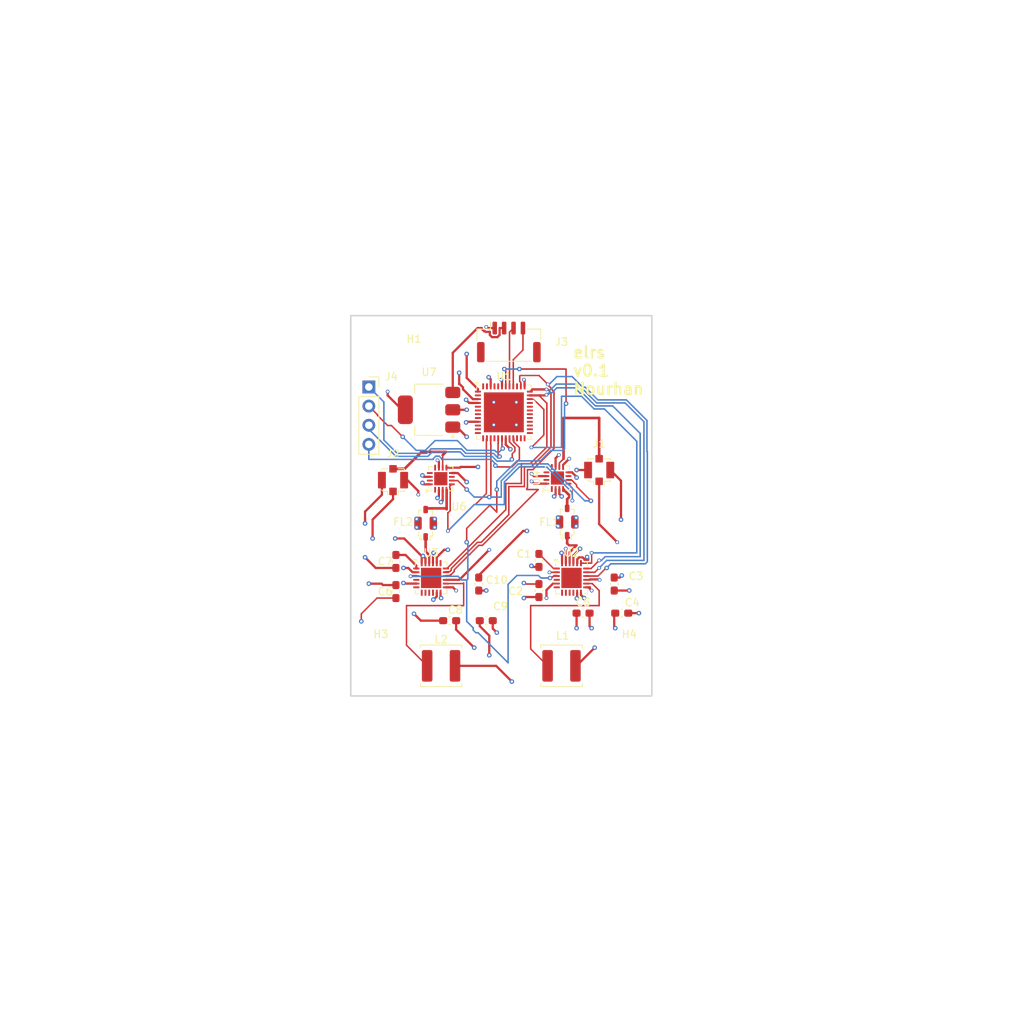
<source format=kicad_pcb>
(kicad_pcb (version 20241229) (generator "pcbnew") (generator_version "9.0")
  (layers (0 "F.Cu" signal) (4 "In1.Cu" signal) (6 "In2.Cu" signal) (2 "B.Cu" signal) (13 "F.Paste" user) (15 "B.Paste" user) (5 "F.SilkS" user "F.Silkscreen") (7 "B.SilkS" user "B.Silkscreen") (1 "F.Mask" user) (3 "B.Mask" user) (25 "Edge.Cuts" user))
  (net 0 "")
  (net 1 "Net-(FL1-IN)")
  (net 2 "Net-(FL1-OUT)")
  (net 3 "/JTAG3")
  (net 4 "/RXEN1")
  (net 5 "+3.3V")
  (net 15 "/JTAG2")
  (net 16 "/TX")
  (net 17 "/TXENO")
  (net 18 "/CS1")
  (net 20 "/CSO")
  (net 21 "/SCK")
  (net 27 "GND")
  (net 28 "/MISO")
  (net 29 "/RXENO")
  (net 31 "/TXEN1")
  (net 35 "/RX")
  (net 36 "/JTAG1")
  (net 37 "/JTAG4")
  (net 41 "/MOSI")
  (net 44 "Net-(U2-VR_PA)")
  (net 45 "Net-(U3-VR_PA)")
  (net 46 "Net-(FL2-IN)")
  (net 47 "Net-(FL2-OUT)")
  (net 48 "Net-(J1-In)")
  (net 49 "Net-(J2-In)")
  (net 50 "/VCC")
  (net 51 "Net-(U2-DCC_SW)")
  (net 52 "Net-(U3-DCC_SW)")
  (net 54 "/NRESET")
  (net 59 "Net-(U2-XTA)")
  (net 62 "/CS0")
  (net 63 "Net-(U3-XTA)")
  (footprint "Package_DFN_QFN:QFN-48-1EP_7x7mm_P0.5mm_EP5.3x5.3mm" (layer "F.Cu") (at 168.939 71.75)
    (property "Reference" "U1")
    (property "Value" "ESP32-PICO-D4" (hide yes))
  )
  (footprint "Capacitor_SMD:C_0603_1608Metric_Pad1.08x0.95mm_HandSolder" (layer "F.Cu") (at 173.599 91.41055 90)
    (property "Reference" "C1")
    (property "Value" "10nF" (hide yes))
  )
  (footprint "Inductor_SMD:L_APV_ANR5045" (layer "F.Cu") (at 176.599 105.41055)
    (property "Reference" "L1")
    (property "Value" "15uH MPL-SES5040-150" (hide yes))
  )
  (footprint "Capacitor_SMD:C_0603_1608Metric_Pad1.08x0.95mm_HandSolder" (layer "F.Cu") (at 166.599 99.41055 180)
    (property "Reference" "C9")
    (property "Value" "100nF" (hide yes))
  )
  (footprint "MountingHole:MountingHole_3.2mm_M3" (layer "F.Cu") (at 152.599 105.41055)
    (property "Reference" "H3")
    (property "Value" "MountingHole" (hide yes))
  )
  (footprint "Capacitor_SMD:C_0603_1608Metric_Pad1.08x0.95mm_HandSolder" (layer "F.Cu") (at 184.599 98.41055 180)
    (property "Reference" "C4")
    (property "Value" "100nF" (hide yes))
  )
  (footprint "Capacitor_SMD:C_0603_1608Metric_Pad1.08x0.95mm_HandSolder" (layer "F.Cu") (at 154.599 95.54805 90)
    (property "Reference" "C6")
    (property "Value" "10nF" (hide yes))
  )
  (footprint "Capacitor_SMD:C_0603_1608Metric_Pad1.08x0.95mm_HandSolder" (layer "F.Cu") (at 165.599 94.54805 -90)
    (property "Reference" "C10")
    (property "Value" "100nF" (hide yes))
  )
  (footprint "MountingHole:MountingHole_3.2mm_M3" (layer "F.Cu") (at 184.599 62.41055)
    (property "Reference" "H2" (hide yes))
    (property "Value" "MountingHole" (hide yes))
  )
  (footprint "Package_DFN_QFN:QFN-16-1EP_3x3mm_P0.5mm_EP1.75x1.75mm" (layer "F.Cu") (at 176.059 80.47055 90)
    (property "Reference" "U4")
    (property "Value" "~")
  )
  (footprint "Filter:Filter_Mini-Circuits_FV1206-4" (layer "F.Cu") (at 158.549 86.47305 90)
    (property "Reference" "FL2")
    (property "Value" "BFCN-2450" (hide yes))
  )
  (footprint "MountingHole:MountingHole_3.2mm_M3" (layer "F.Cu") (at 152.599 62.41055)
    (property "Reference" "H1")
    (property "Value" "MountingHole" (hide yes))
  )
  (footprint "Connector_Coaxial:U.FL_Molex_MCRF_73412-0110_Vertical" (layer "F.Cu") (at 154.2125 80.75 180)
    (property "Reference" "J2")
    (property "Value" "Conn_Coaxial" (hide yes))
  )
  (footprint "Connector_PinSocket_2.54mm:PinSocket_1x04_P2.54mm_Vertical" (layer "F.Cu") (at 151 68.38)
    (property "Reference" "J4")
    (property "Value" "Conn_01x04_Pin" (hide yes))
  )
  (footprint "Package_TO_SOT_SMD:SOT-223-3_TabPin2" (layer "F.Cu") (at 159 71.41055 180)
    (property "Reference" "U7")
    (property "Value" "LM1117MP-3.3" (hide yes))
  )
  (footprint "Connector_Coaxial:U.FL_Molex_MCRF_73412-0110_Vertical" (layer "F.Cu") (at 181.599 79.41055 180)
    (property "Reference" "J1")
    (property "Value" "Conn_Coaxial" (hide yes))
  )
  (footprint "Capacitor_SMD:C_0603_1608Metric_Pad1.08x0.95mm_HandSolder" (layer "F.Cu") (at 179.4615 98.41055)
    (property "Reference" "C5")
    (property "Value" "470nF" (hide yes))
  )
  (footprint "Capacitor_SMD:C_0603_1608Metric_Pad1.08x0.95mm_HandSolder" (layer "F.Cu") (at 154.599 91.54805 90)
    (property "Reference" "C7")
    (property "Value" "10nF" (hide yes))
  )
  (footprint "Connector_JST:JST_GH_SM04B-GHS-TB_1x04-1MP_P1.25mm_Horizontal" (layer "F.Cu") (at 169.599 62.41055)
    (property "Reference" "J3")
    (property "Value" "Conn_01x04_Pin" (hide yes))
  )
  (footprint "Package_DFN_QFN:QFN-24-1EP_4x4mm_P0.5mm_EP2.7x2.7mm" (layer "F.Cu") (at 177.924 93.73555)
    (property "Reference" "U2")
    (property "Value" "~")
  )
  (footprint "Inductor_SMD:L_APV_ANR5045" (layer "F.Cu") (at 160.599 105.41055)
    (property "Reference" "L2")
    (property "Value" "15uH MPL-SE5040-150" (hide yes))
  )
  (footprint "MountingHole:MountingHole_3.2mm_M3" (layer "F.Cu") (at 184.599 105.41055)
    (property "Reference" "H4")
    (property "Value" "MountingHole" (hide yes))
  )
  (footprint "Capacitor_SMD:C_0603_1608Metric_Pad1.08x0.95mm_HandSolder" (layer "F.Cu") (at 183.599 94.54805 90)
    (property "Reference" "C3")
    (property "Value" "100nF" (hide yes))
  )
  (footprint "Capacitor_SMD:C_0603_1608Metric_Pad1.08x0.95mm_HandSolder" (layer "F.Cu") (at 173.599 95.41055 90)
    (property "Reference" "C2")
    (property "Value" "10nF" (hide yes))
  )
  (footprint "Package_DFN_QFN:QFN-16-1EP_3x3mm_P0.5mm_EP1.75x1.75mm" (layer "F.Cu") (at 160.56 80.56 90)
    (property "Reference" "U6")
    (property "Value" "~")
  )
  (footprint "Capacitor_SMD:C_0603_1608Metric_Pad1.08x0.95mm_HandSolder" (layer "F.Cu") (at 161.7365 99.41055)
    (property "Reference" "C8")
    (property "Value" "470nF" (hide yes))
  )
  (footprint "Filter:Filter_Mini-Circuits_FV1206-4" (layer "F.Cu") (at 177.349 86.31055 90)
    (property "Reference" "FL1")
    (property "Value" "BFCN-2450" (hide yes))
  )
  (footprint "Package_DFN_QFN:QFN-24-1EP_4x4mm_P0.5mm_EP2.7x2.7mm" (layer "F.Cu") (at 159.274 93.73555)
    (property "Reference" "U3")
    (property "Value" "~")
  )
  (gr_rect (start 148.599 58.91055) (end 188.599 109.41055) (stroke (width 0.2)) (fill no) (layer "Edge.Cuts"))
  (gr_text "elrs\nv0.1\nNourhan" (at 178 69.5 0) (layer "F.SilkS") (effects (font (size 1.5 1.5) (thickness 0.3) (bold yes)) (justify left bottom)))
  (segment (start 177.674 90.33555) (end 178.599 89.41055) (width 0.3) (layer "F.Cu") (net 1))
  (segment (start 177.349 88.12555) (end 177.349 88.41055) (width 0.35) (layer "F.Cu") (net 1))
  (segment (start 177.674 91.77305) (end 177.674 90.33555) (width 0.3) (layer "F.Cu") (net 1))
  (segment (start 177.599 89.41055) (end 177.349 89.16055) (width 0.3) (layer "F.Cu") (net 1))
  (segment (start 178.599 89.41055) (end 177.599 89.41055) (width 0.3) (layer "F.Cu") (net 1))
  (segment (start 177.349 88.41055) (end 177.349 89.16055) (width 0.35) (layer "F.Cu") (net 1))
  (segment (start 177.599 88.41055) (end 177.349 88.41055) (width 0.3) (layer "F.Cu") (net 1))
  (segment (start 177.349 83.27805) (end 177.349 84.49555) (width 0.35) (layer "F.Cu") (net 2))
  (segment (start 177.619 82.74305) (end 177.619 83.00805) (width 0.25) (layer "F.Cu") (net 2))
  (segment (start 177.619 82.74305) (end 176.835 81.95905) (width 0.35) (layer "F.Cu") (net 2))
  (segment (start 177.619 83.00805) (end 177.349 83.27805) (width 0.35) (layer "F.Cu") (net 2))
  (segment (start 176.835 81.95905) (end 176.835 81.93305) (width 0.35) (layer "F.Cu") (net 2))
  (segment (start 169.689 75.682035) (end 169.689 75.20055) (width 0.2) (layer "F.Cu") (net 3))
  (segment (start 170.051389 77.948611) (end 170.051389 77.246424) (width 0.2) (layer "F.Cu") (net 3))
  (segment (start 151 74.23) (end 151 73.46) (width 0.2) (layer "F.Cu") (net 3))
  (segment (start 170 78) (end 170.051389 77.948611) (width 0.2) (layer "F.Cu") (net 3))
  (segment (start 170.403446 76.396481) (end 169.689 75.682035) (width 0.2) (layer "F.Cu") (net 3))
  (segment (start 170.403446 76.894367) (end 170.403446 76.396481) (width 0.2) (layer "F.Cu") (net 3))
  (segment (start 170.051389 77.246424) (end 170.403446 76.894367) (width 0.2) (layer "F.Cu") (net 3))
  (via (at 170 78) (size 0.6) (drill 0.3) (layers "F.Cu" "B.Cu") (net 3))
  (segment (start 151 73.46) (end 151 74) (width 0.2) (layer "B.Cu") (net 3))
  (segment (start 167.387593 77.599) (end 168.011931 78.223338) (width 0.2) (layer "B.Cu") (net 3))
  (segment (start 151 74) (end 154.599 77.599) (width 0.2) (layer "B.Cu") (net 3))
  (segment (start 154.599 77.599) (end 158.8339 77.599) (width 0.2) (layer "B.Cu") (net 3))
  (segment (start 158.8339 77.599) (end 159.4329 77) (width 0.2) (layer "B.Cu") (net 3))
  (segment (start 168.011931 78.223338) (end 169.776662 78.223338) (width 0.2) (layer "B.Cu") (net 3))
  (segment (start 163.119423 77) (end 163.718423 77.599) (width 0.2) (layer "B.Cu") (net 3))
  (segment (start 169.776662 78.223338) (end 170 78) (width 0.2) (layer "B.Cu") (net 3))
  (segment (start 163.718423 77.599) (end 167.387593 77.599) (width 0.2) (layer "B.Cu") (net 3))
  (segment (start 159.4329 77) (end 163.119423 77) (width 0.2) (layer "B.Cu") (net 3))
  (segment (start 159.0975 81.31) (end 158.31 81.31) (width 0.3) (layer "F.Cu") (net 5))
  (segment (start 159.0975 80.31) (end 158.31 80.31) (width 0.3) (layer "F.Cu") (net 5))
  (segment (start 164.829 70.00055) (end 165.489 70.00055) (width 0.3) (layer "F.Cu") (net 5))
  (segment (start 171.689 68.30055) (end 171.689 67.50055) (width 0.3) (layer "F.Cu") (net 5))
  (segment (start 160.024 95.69805) (end 160.024 96.19706) (width 0.3) (layer "F.Cu") (net 5))
  (segment (start 171.7365 94.54805) (end 171.599 94.41055) (width 0.2) (layer "F.Cu") (net 5))
  (segment (start 169.189 75.20055) (end 169.189 76.031978) (width 0.3) (layer "F.Cu") (net 5))
  (segment (start 152.68845 94.5) (end 152.874 94.68555) (width 0.3) (layer "F.Cu") (net 5))
  (segment (start 163.024 93.98555) (end 161.2365 93.98555) (width 0.3) (layer "F.Cu") (net 5))
  (segment (start 165.50955 91.5) (end 163.024 93.98555) (width 0.3) (layer "F.Cu") (net 5))
  (segment (start 172.929 80.22055) (end 172.619 79.91055) (width 0.3) (layer "F.Cu") (net 5))
  (segment (start 178.674 95.69805) (end 178.674 96.407759) (width 0.3) (layer "F.Cu") (net 5))
  (segment (start 172.929 81.22055) (end 172.619 80.91055) (width 0.3) (layer "F.Cu") (net 5))
  (segment (start 152.874 94.68555) (end 154.599 94.68555) (width 0.3) (layer "F.Cu") (net 5))
  (segment (start 183.599 98.41055) (end 183.599 100.27305) (width 0.3) (layer "F.Cu") (net 5))
  (segment (start 180.40951 93.96155) (end 180.329282 93.96155) (width 0.3) (layer "F.Cu") (net 5))
  (segment (start 179.174 95.69805) (end 179.174 95.98555) (width 0.3) (layer "F.Cu") (net 5))
  (segment (start 164.329 70.50055) (end 163.919 70.09055) (width 0.3) (layer "F.Cu") (net 5))
  (segment (start 171.689 67.50055) (end 171.599 67.41055) (width 0.3) (layer "F.Cu") (net 5))
  (segment (start 168.689 68.30055) (end 168.689 67.50055) (width 0.3) (layer "F.Cu") (net 5))
  (segment (start 169.189 76.031978) (end 169.802446 76.645424) (width 0.3) (layer "F.Cu") (net 5))
  (segment (start 179.8865 93.98555) (end 180.305282 93.98555) (width 0.1) (layer "F.Cu") (net 5))
  (segment (start 167 101.39905) (end 165.7365 100.13555) (width 0.3) (layer "F.Cu") (net 5))
  (segment (start 160.874 99.41055) (end 157.91055 99.41055) (width 0.3) (layer "F.Cu") (net 5))
  (segment (start 153.5 69) (end 153.5 69.5) (width 0.3) (layer "F.Cu") (net 5))
  (segment (start 165.50955 91.49045) (end 165.50955 91.5) (width 0.3) (layer "F.Cu") (net 5))
  (segment (start 164.009 73.00055) (end 163.919 73.09055) (width 0.3) (layer "F.Cu") (net 5))
  (segment (start 163.07572 68.00955) (end 163.501 68.43483) (width 0.3) (layer "F.Cu") (net 5))
  (segment (start 156.81249 92.98555) (end 156.23749 92.41055) (width 0.3) (layer "F.Cu") (net 5))
  (segment (start 167 90) (end 165.50955 91.49045) (width 0.3) (layer "F.Cu") (net 5))
  (segment (start 163.501 68.43483) (end 163.501 68.67255) (width 0.3) (layer "F.Cu") (net 5))
  (segment (start 164 67.17155) (end 165.489 68.66055) (width 0.3) (layer "F.Cu") (net 5))
  (segment (start 151 94.5) (end 152.68845 94.5) (width 0.3) (layer "F.Cu") (net 5))
  (segment (start 165.489 73.00055) (end 164.009 73.00055) (width 0.3) (layer "F.Cu") (net 5))
  (segment (start 156.23749 92.41055) (end 155.599 92.41055) (width 0.3) (layer "F.Cu") (net 5))
  (segment (start 167 104) (end 167 101.39905) (width 0.3) (layer "F.Cu") (net 5))
  (segment (start 175.01445 92.98555) (end 175 93) (width 0.1) (layer "F.Cu") (net 5))
  (segment (start 181.63005 93.93655) (end 180.43451 93.93655) (width 0.3) (layer "F.Cu") (net 5))
  (segment (start 174.5965 81.22055) (end 172.929 81.22055) (width 0.3) (layer "F.Cu") (net 5))
  (segment (start 183.599 93.68555) (end 184.324 93.68555) (width 0.3) (layer "F.Cu") (net 5))
  (segment (start 160.024 96.19706) (end 159.61051 96.61055) (width 0.3) (layer "F.Cu") (net 5))
  (segment (start 164 64) (end 164 67.17155) (width 0.3) (layer "F.Cu") (net 5))
  (segment (start 165.599 95.41055) (end 166.599 95.41055) (width 0.3) (layer "F.Cu") (net 5))
  (segment (start 159.61051 96.61055) (end 159.57308 96.61055) (width 0.3) (layer "F.Cu") (net 5))
  (segment (start 157.91055 99.41055) (end 157 98.5) (width 0.3) (layer "F.Cu") (net 5))
  (segment (start 153.5 69.5) (end 155.41055 71.41055) (width 0.3) (layer "F.Cu") (net 5))
  (segment (start 162.449 105.41055) (end 167.91055 105.41055) (width 0.3) (layer "F.Cu") (net 5))
  (segment (start 162.15 71.41055) (end 164 71.41055) (width 0.3) (layer "F.Cu") (net 5))
  (segment (start 167.91055 105.41055) (end 170 107.5) (width 0.3) (layer "F.Cu") (net 5))
  (segment (start 160.524 96.33555) (end 160.599 96.41055) (width 0.3) (layer "F.Cu") (net 5))
  (segment (start 161.3615 93.86055) (end 161.2365 93.98555) (width 0.01) (layer "F.Cu") (net 5))
  (segment (start 157.3115 92.98555) (end 156.81249 92.98555) (width 0.3) (layer "F.Cu") (net 5))
  (segment (start 167.189 68.30055) (end 167.189 67.36055) (width 0.3) (layer "F.Cu") (net 5))
  (segment (start 160.524 95.69805) (end 160.524 96.33555) (width 0.3) (layer "F.Cu") (net 5))
  (segment (start 178.449 105.41055) (end 178.58945 105.41055) (width 0.3) (layer "F.Cu") (net 5))
  (segment (start 184.324 93.68555) (end 184.599 93.41055) (width 0.3) (layer "F.Cu") (net 5))
  (segment (start 180.43451 93.93655) (end 180.40951 93.96155) (width 0.3) (layer "F.Cu") (net 5))
  (segment (start 158.31 80.31) (end 158.12 80.12) (width 0.3) (layer "F.Cu") (net 5))
  (segment (start 165.7365 100.13555) (end 165.7365 99.41055) (width 0.3) (layer "F.Cu") (net 5))
  (segment (start 179.174 95.98555) (end 179.599 96.41055) (width 0.3) (layer "F.Cu") (net 5))
  (segment (start 180.329282 93.96155) (end 180.305282 93.98555) (width 0.3) (layer "F.Cu") (net 5))
  (segment (start 163 68.00955) (end 163.07572 68.00955) (width 0.3) (layer "F.Cu") (net 5))
  (segment (start 169.189 75.20055) (end 169.189 75.549248) (width 0.2) (layer "F.Cu") (net 5))
  (segment (start 181.653716 93.960216) (end 181.63005 93.93655) (width 0.3) (layer "F.Cu") (net 5))
  (segment (start 183.599 100.27305) (end 183.7365 100.41055) (width 0.3) (layer "F.Cu") (net 5))
  (segment (start 173.599 94.54805) (end 171.7365 94.54805) (width 0.2) (layer "F.Cu") (net 5))
  (segment (start 178.674 96.407759) (end 178.632558 96.449201) (width 0.3) (layer "F.Cu") (net 5))
  (segment (start 168.689 67.50055) (end 168.599 67.41055) (width 0.3) (layer "F.Cu") (net 5))
  (segment (start 178.58945 105.41055) (end 181 103) (width 0.3) (layer "F.Cu") (net 5))
  (segment (start 181.653716 93.993685) (end 181.653716 93.960216) (width 0.3) (layer "F.Cu") (net 5))
  (segment (start 178.599 98.41055) (end 178.599 100.41055) (width 0.3) (layer "F.Cu") (net 5))
  (segment (start 165.489 70.50055) (end 164.329 70.50055) (width 0.3) (layer "F.Cu") (net 5))
  (segment (start 155.41055 71.41055) (end 155.85 71.41055) (width 0.3) (layer "F.Cu") (net 5))
  (segment (start 163 66.5) (end 163 68.00955) (width 0.3) (layer "F.Cu") (net 5))
  (segment (start 174.5965 80.22055) (end 172.929 80.22055) (width 0.3) (layer "F.Cu") (net 5))
  (segment (start 163.501 68.67255) (end 164.829 70.00055) (width 0.3) (layer "F.Cu") (net 5))
  (segment (start 175.9615 92.98555) (end 175.01445 92.98555) (width 0.2) (layer "F.Cu") (net 5))
  (segment (start 167.189 67.36055) (end 166.919 67.09055) (width 0.3) (layer "F.Cu") (net 5))
  (segment (start 158.31 81.31) (end 158.12 81.12) (width 0.3) (layer "F.Cu") (net 5))
  (segment (start 165.489 68.66055) (end 165.489 69.00055) (width 0.3) (layer "F.Cu") (net 5))
  (via (at 157 98.5) (size 0.6) (drill 0.3) (layers "F.Cu" "B.Cu") (net 5))
  (via (at 181 103) (size 0.6) (drill 0.3) (layers "F.Cu" "B.Cu") (net 5))
  (via (at 171.599 67.41055) (size 0.5) (drill 0.3) (layers "F.Cu" "B.Cu") (net 5))
  (via (at 168.599 67.41055) (size 0.5) (drill 0.3) (layers "F.Cu" "B.Cu") (net 5))
  (via (at 155.599 92.41055) (size 0.6) (drill 0.3) (layers "F.Cu" "B.Cu") (net 5))
  (via (at 171.599 94.41055) (size 0.6) (drill 0.3) (layers "F.Cu" "B.Cu") (net 5))
  (via (at 164 64) (size 0.6) (drill 0.3) (layers "F.Cu" "B.Cu") (net 5))
  (via (at 178.632558 96.449201) (size 0.6) (drill 0.3) (layers "F.Cu" "B.Cu") (net 5))
  (via (at 153.5 69) (size 0.5) (drill 0.3) (layers "F.Cu" "B.Cu") (net 5))
  (via (at 179.599 96.41055) (size 0.6) (drill 0.3) (layers "F.Cu" "B.Cu") (net 5))
  (via (at 163 66.5) (size 0.6) (drill 0.3) (layers "F.Cu" "B.Cu") (net 5))
  (via (at 170 107.5) (size 0.6) (drill 0.3) (layers "F.Cu" "B.Cu") (net 5))
  (via (at 164 71.41055) (size 0.6) (drill 0.3) (layers "F.Cu" "B.Cu") (net 5))
  (via (at 175 93) (size 0.5) (drill 0.3) (layers "F.Cu" "B.Cu") (net 5))
  (via (at 166.919 67.09055) (size 0.6) (drill 0.3) (layers "F.Cu" "B.Cu") (net 5))
  (via (at 159.57308 96.61055) (size 0.6) (drill 0.3) (layers "F.Cu" "B.Cu") (net 5))
  (via (at 163.919 73.09055) (size 0.6) (drill 0.3) (layers "F.Cu" "B.Cu") (net 5))
  (via (at 158.12 80.12) (size 0.6) (drill 0.3) (layers "F.Cu" "B.Cu") (net 5))
  (via (at 172.619 80.91055) (size 0.5) (drill 0.3) (layers "F.Cu" "B.Cu") (net 5))
  (via (at 160.599 96.41055) (size 0.6) (drill 0.3) (layers "F.Cu" "B.Cu") (net 5))
  (via (at 151 94.5) (size 0.6) (drill 0.3) (layers "F.Cu" "B.Cu") (net 5))
  (via (at 158.12 81.12) (size 0.6) (drill 0.3) (layers "F.Cu" "B.Cu") (net 5))
  (via (at 167 104) (size 0.6) (drill 0.3) (layers "F.Cu" "B.Cu") (net 5))
  (via (at 178.599 100.41055) (size 0.6) (drill 0.3) (layers "F.Cu" "B.Cu") (net 5))
  (via (at 183.7365 100.41055) (size 0.6) (drill 0.3) (layers "F.Cu" "B.Cu") (net 5))
  (via (at 167 90) (size 0.5) (drill 0.3) (layers "F.Cu" "B.Cu") (net 5))
  (via (at 166.599 95.41055) (size 0.6) (drill 0.3) (layers "F.Cu" "B.Cu") (net 5))
  (via (at 181.653716 93.993685) (size 0.5) (drill 0.3) (layers "F.Cu" "B.Cu") (net 5))
  (via (at 169.802446 76.645424) (size 0.6) (drill 0.3) (layers "F.Cu" "B.Cu") (net 5))
  (via (at 163.919 70.09055) (size 0.6) (drill 0.3) (layers "F.Cu" "B.Cu") (net 5))
  (via (at 172.619 79.91055) (size 0.5) (drill 0.3) (layers "F.Cu" "B.Cu") (net 5))
  (via (at 184.599 93.41055) (size 0.6) (drill 0.3) (layers "F.Cu" "B.Cu") (net 5))
  (segment (start 168.689 75.616348) (end 168.689 75.20055) (width 0.2) (layer "F.Cu") (net 15))
  (segment (start 168.788999 76.551216) (end 168.788999 76.48192) (width 0.2) (layer "F.Cu") (net 15))
  (segment (start 168.788999 76.48192) (end 168.689 76.381921) (width 0.2) (layer "F.Cu") (net 15))
  (segment (start 152.153876 72.153876) (end 152.153876 72.073876) (width 0.2) (layer "F.Cu") (net 15))
  (segment (start 152.153876 72.073876) (end 151 70.92) (width 0.2) (layer "F.Cu") (net 15))
  (segment (start 168.689 76.381921) (end 168.689 75.20055) (width 0.2) (layer "F.Cu") (net 15))
  (segment (start 154 73.5) (end 153.5 73.5) (width 0.2) (layer "F.Cu") (net 15))
  (segment (start 153.5 73.5) (end 152.153876 72.153876) (width 0.2) (layer "F.Cu") (net 15))
  (segment (start 155.5 75) (end 154 73.5) (width 0.2) (layer "F.Cu") (net 15))
  (via (at 168.788999 76.551216) (size 0.6) (drill 0.3) (layers "F.Cu" "B.Cu") (net 15))
  (via (at 155.5 75) (size 0.6) (drill 0.3) (layers "F.Cu" "B.Cu") (net 15))
  (segment (start 167.719793 76.797) (end 167.94413 77.021337) (width 0.2) (layer "B.Cu") (net 15))
  (segment (start 159.7987 75.5) (end 162.753623 75.5) (width 0.2) (layer "B.Cu") (net 15))
  (segment (start 158.5017 76.797) (end 159.7987 75.5) (width 0.2) (layer "B.Cu") (net 15))
  (segment (start 155.5 75) (end 157.297 76.797) (width 0.2) (layer "B.Cu") (net 15))
  (segment (start 167.94413 77.021337) (end 167.965467 77) (width 0.2) (layer "B.Cu") (net 15))
  (segment (start 162.753623 75.5) (end 164.050623 76.797) (width 0.2) (layer "B.Cu") (net 15))
  (segment (start 168.340215 77) (end 168.788999 76.551216) (width 0.2) (layer "B.Cu") (net 15))
  (segment (start 167.965467 77) (end 168.340215 77) (width 0.2) (layer "B.Cu") (net 15))
  (segment (start 164.050623 76.797) (end 167.719793 76.797) (width 0.2) (layer "B.Cu") (net 15))
  (segment (start 157.297 76.797) (end 158.5017 76.797) (width 0.2) (layer "B.Cu") (net 15))
  (segment (start 169.689 68.30055) (end 169.689 61.09555) (width 0.2) (layer "F.Cu") (net 16))
  (segment (start 169.689 61.09555) (end 170.224 60.56055) (width 0.2) (layer "F.Cu") (net 16))
  (segment (start 161.533166 85.083993) (end 161.812 84.805159) (width 0.2) (layer "F.Cu") (net 17))
  (segment (start 165.149 83.988775) (end 166.615 82.522775) (width 0.2) (layer "F.Cu") (net 17))
  (segment (start 178.045 83.465934) (end 178.037192 83.473742) (width 0.1) (layer "F.Cu") (net 17))
  (segment (start 161.812 81.825334) (end 161.736 81.749334) (width 0.2) (layer "F.Cu") (net 17))
  (segment (start 166.615 82.522775) (end 166.615 75.27455) (width 0.2) (layer "F.Cu") (net 17))
  (segment (start 161.5 85.083993) (end 161.533166 85.083993) (width 0.2) (layer "F.Cu") (net 17))
  (segment (start 161.5 87.5) (end 161.5 85.083993) (width 0.2) (layer "F.Cu") (net 17))
  (segment (start 161.812 84.805159) (end 161.812 81.825334) (width 0.2) (layer "F.Cu") (net 17))
  (segment (start 161.5 87.5) (end 165.011225 83.988775) (width 0.2) (layer "F.Cu") (net 17))
  (segment (start 178.045 81.74405) (end 178.045 83.465934) (width 0.1) (layer "F.Cu") (net 17))
  (segment (start 177.5215 81.22055) (end 178.045 81.74405) (width 0.1) (layer "F.Cu") (net 17))
  (segment (start 166.615 75.27455) (end 166.689 75.20055) (width 0.2) (layer "F.Cu") (net 17))
  (segment (start 161.736 81.5965) (end 162.0225 81.31) (width 0.2) (layer "F.Cu") (net 17))
  (segment (start 161.736 81.749334) (end 161.736 81.5965) (width 0.2) (layer "F.Cu") (net 17))
  (segment (start 165.011225 83.988775) (end 165.149 83.988775) (width 0.2) (layer "F.Cu") (net 17))
  (via (at 178.037192 83.473742) (size 0.5) (drill 0.3) (layers "F.Cu" "B.Cu") (net 17))
  (via (at 161.5 87.5) (size 0.5) (drill 0.3) (layers "F.Cu" "B.Cu") (net 17))
  (segment (start 165 84) (end 169 84) (width 0.2) (layer "B.Cu") (net 17))
  (segment (start 169 81) (end 171 79) (width 0.2) (layer "B.Cu") (net 17))
  (segment (start 171 79) (end 174.62135 79) (width 0.2) (layer "B.Cu") (net 17))
  (segment (start 178.037192 82.698685) (end 178.037192 83.473742) (width 0.2) (layer "B.Cu") (net 17))
  (segment (start 177.998 82.37665) (end 177.998 82.659493) (width 0.2) (layer "B.Cu") (net 17))
  (segment (start 177.998 82.659493) (end 178.037192 82.698685) (width 0.2) (layer "B.Cu") (net 17))
  (segment (start 174.62135 79) (end 177.998 82.37665) (width 0.2) (layer "B.Cu") (net 17))
  (segment (start 161.5 87.5) (end 165 84) (width 0.2) (layer "B.Cu") (net 17))
  (segment (start 169 84) (end 169 81) (width 0.2) (layer "B.Cu") (net 17))
  (segment (start 173.248 70.369428) (end 172.879122 70.00055) (width 0.1) (layer "F.Cu") (net 18))
  (segment (start 172.599 76.41055) (end 174.198 74.81155) (width 0.2) (layer "F.Cu") (net 18))
  (segment (start 180.599 91.77305) (end 180.599 90.41055) (width 0.2) (layer "F.Cu") (net 18))
  (segment (start 179.174 91.77305) (end 180.599 91.77305) (width 0.2) (layer "F.Cu") (net 18))
  (segment (start 174.248 71.369428) (end 173.248 70.369428) (width 0.2) (layer "F.Cu") (net 18))
  (segment (start 172.879122 70.00055) (end 172.389 70.00055) (width 0.1) (layer "F.Cu") (net 18))
  (segment (start 174.248 74.76155) (end 174.248 71.369428) (width 0.2) (layer "F.Cu") (net 18))
  (segment (start 174.198 74.81155) (end 174.198 74.76155) (width 0.2) (layer "F.Cu") (net 18))
  (via (at 172.599 76.41055) (size 0.5) (drill 0.3) (layers "F.Cu" "B.Cu") (net 18))
  (via (at 180.599 90.41055) (size 0.5) (drill 0.3) (layers "F.Cu" "B.Cu") (net 18))
  (segment (start 186.599 90.41055) (end 186.599 75.599) (width 0.2) (layer "B.Cu") (net 18))
  (segment (start 180.933177 71.302) (end 179.243724 69.612547) (width 0.2) (layer "B.Cu") (net 18))
  (segment (start 186.599 75.599) (end 182.302 71.302) (width 0.2) (layer "B.Cu") (net 18))
  (segment (start 179.243724 69.612547) (end 176.599 69.612547) (width 0.2) (layer "B.Cu") (net 18))
  (segment (start 176.599 76.41055) (end 172.599 76.41055) (width 0.2) (layer "B.Cu") (net 18))
  (segment (start 180.599 90.41055) (end 186.599 90.41055) (width 0.2) (layer "B.Cu") (net 18))
  (segment (start 182.302 71.302) (end 180.933177 71.302) (width 0.2) (layer "B.Cu") (net 18))
  (segment (start 176.599 69.612547) (end 176.599 76.41055) (width 0.2) (layer "B.Cu") (net 18))
  (segment (start 179.8865 92.48555) (end 180.524 92.48555) (width 0.2) (layer "F.Cu") (net 21))
  (segment (start 174.509 69.50055) (end 173.599 69.50055) (width 0.3) (layer "F.Cu") (net 21))
  (segment (start 161.2365 92.48555) (end 161.38025 92.48555) (width 0.2) (layer "F.Cu") (net 21))
  (segment (start 171.266 81.198) (end 171.266 78.55755) (width 0.2) (layer "F.Cu") (net 21))
  (segment (start 161.38025 92.48555) (end 169.198 84.6678) (width 0.2) (layer "F.Cu") (net 21))
  (segment (start 172.389 69.50055) (end 173.599 69.50055) (width 0.3) (layer "F.Cu") (net 21))
  (segment (start 172.447225 78.55755) (end 174.649 76.355775) (width 0.2) (layer "F.Cu") (net 21))
  (segment (start 174.649 70.55055) (end 173.599 69.50055) (width 0.2) (layer "F.Cu") (net 21))
  (segment (start 174.649 76.355775) (end 174.649 70.55055) (width 0.2) (layer "F.Cu") (net 21))
  (segment (start 174.599 69.41055) (end 174.509 69.50055) (width 0.3) (layer "F.Cu") (net 21))
  (segment (start 169.198 81.198) (end 171.266 81.198) (width 0.2) (layer "F.Cu") (net 21))
  (segment (start 171.266 78.55755) (end 172.447225 78.55755) (width 0.2) (layer "F.Cu") (net 21))
  (segment (start 180.524 92.48555) (end 181.599 91.41055) (width 0.2) (layer "F.Cu") (net 21))
  (segment (start 169.198 84.6678) (end 169.198 81.198) (width 0.2) (layer "F.Cu") (net 21))
  (via (at 174.599 69.41055) (size 0.5) (drill 0.3) (layers "F.Cu" "B.Cu") (net 21))
  (via (at 181.599 91.41055) (size 0.5) (drill 0.3) (layers "F.Cu" "B.Cu") (net 21))
  (segment (start 181.89048 91.41055) (end 182.39148 90.90955) (width 0.2) (layer "B.Cu") (net 21))
  (segment (start 182.39148 90.90955) (end 187.046 90.90955) (width 0.2) (layer "B.Cu") (net 21))
  (segment (start 179.409824 69.211547) (end 179.077347 69.211547) (width 0.2) (layer "B.Cu") (net 21))
  (segment (start 183.401 70.901) (end 181.099277 70.901) (width 0.2) (layer "B.Cu") (net 21))
  (segment (start 174.847943 69.311547) (end 174.698003 69.311547) (width 0.3) (layer "B.Cu") (net 21))
  (segment (start 179.077347 69.211547) (end 178.3658 68.5) (width 0.2) (layer "B.Cu") (net 21))
  (segment (start 174.947943 69.211547) (end 174.847943 69.311547) (width 0.3) (layer "B.Cu") (net 21))
  (segment (start 181.099277 70.901) (end 179.409824 69.211547) (width 0.2) (layer "B.Cu") (net 21))
  (segment (start 178.3658 68.5) (end 175.9624 68.5) (width 0.2) (layer "B.Cu") (net 21))
  (segment (start 187.046 90.90955) (end 187.046 74.546) (width 0.2) (layer "B.Cu") (net 21))
  (segment (start 175.300853 69.161547) (end 174.997943 69.161547) (width 0.2) (layer "B.Cu") (net 21))
  (segment (start 187.046 74.546) (end 183.401 70.901) (width 0.2) (layer "B.Cu") (net 21))
  (segment (start 174.698003 69.311547) (end 174.599 69.41055) (width 0.3) (layer "B.Cu") (net 21))
  (segment (start 174.997943 69.161547) (end 174.947943 69.211547) (width 0.2) (layer "B.Cu") (net 21))
  (segment (start 181.599 91.41055) (end 181.89048 91.41055) (width 0.2) (layer "B.Cu") (net 21))
  (segment (start 175.9624 68.5) (end 175.300853 69.161547) (width 0.2) (layer "B.Cu") (net 21))
  (segment (start 168.939 72.07055) (end 167.599 73.41055) (width 0.3) (layer "F.Cu") (net 27))
  (segment (start 174.599 95.34904) (end 174.599 96.41055) (width 0.3) (layer "F.Cu") (net 27))
  (segment (start 178.93849 91.00955) (end 178.698 91.25004) (width 0.3) (layer "F.Cu") (net 27))
  (segment (start 160.31 82.0225) (end 160.31 82.93) (width 0.3) (layer "F.Cu") (net 27))
  (segment (start 158.024 90.83555) (end 158.024 91.77305) (width 0.3) (layer "F.Cu") (net 27))
  (segment (start 172 87.5) (end 171.5 87.5) (width 0.3) (layer "F.Cu") (net 27))
  (segment (start 180.324 100.13555) (end 180.599 100.41055) (width 0.3) (layer "F.Cu") (net 27))
  (segment (start 176.309 81.93305) (end 176.309 82.60055) (width 0.3) (layer "F.Cu") (net 27))
  (segment (start 180.124 79.41055) (end 178.599 79.41055) (width 0.3) (layer "F.Cu") (net 27))
  (segment (start 160.31 78.31) (end 160.12 78.12) (width 0.1) (layer "F.Cu") (net 27))
  (segment (start 150.5 84.9375) (end 152.7375 82.7) (width 0.3) (layer "F.Cu") (net 27))
  (segment (start 162.599 99.41055) (end 162.599 99.68555) (width 0.3) (layer "F.Cu") (net 27))
  (segment (start 154.5 88.5) (end 155.68845 88.5) (width 0.3) (layer "F.Cu") (net 27))
  (segment (start 162.0225 79.81) (end 162.44 79.81) (width 0.3) (layer "F.Cu") (net 27))
  (segment (start 163.0975 79.0975) (end 161.31 79.0975) (width 0.3) (layer "F.Cu") (net 27))
  (segment (start 173.599 96.27305) (end 171.7365 96.27305) (width 0.3) (layer "F.Cu") (net 27))
  (segment (start 183.599 95.41055) (end 185.599 95.41055) (width 0.3) (layer "F.Cu") (net 27))
  (segment (start 179.40951 91.00955) (end 178.93849 91.00955) (width 0.3) (layer "F.Cu") (net 27))
  (segment (start 178.599 80.32404) (end 178.599 80.41055) (width 0.3) (layer "F.Cu") (net 27))
  (segment (start 162.174 94.98555) (end 162.599 95.41055) (width 0.3) (layer "F.Cu") (net 27))
  (segment (start 175.46249 94.48555) (end 174.599 95.34904) (width 0.3) (layer "F.Cu") (net 27))
  (segment (start 151.5 85.9875) (end 154.2125 83.275) (width 0.3) (layer "F.Cu") (net 27))
  (segment (start 176.809 78.72055) (end 177.619 77.91055) (width 0.3) (layer "F.Cu") (net 27))
  (segment (start 152.7375 82.7) (end 152.7375 80.75) (width 0.3) (layer "F.Cu") (net 27))
  (segment (start 160.024 90.98555) (end 160.024 91.77305) (width 0.3) (layer "F.Cu") (net 27))
  (segment (start 155.674 94.48555) (end 155.599 94.41055) (width 0.3) (layer "F.Cu") (net 27))
  (segment (start 162.599 100.599) (end 165 103) (width 0.3) (layer "F.Cu") (net 27))
  (segment (start 157.575 82.204195) (end 157.575 82.675) (width 0.3) (layer "F.Cu") (net 27))
  (segment (start 177.174 91.77305) (end 177.174 89.869434) (width 0.3) (layer "F.Cu") (net 27))
  (segment (start 178.174 91.77305) (end 178.174 90.75479) (width 0.3) (layer "F.Cu") (net 27))
  (segment (start 180.174 94.98555) (end 180.599 95.41055) (width 0.3) (layer "F.Cu") (net 27))
  (segment (start 156.120805 80.75) (end 157.575 82.204195) (width 0.3) (layer "F.Cu") (net 27))
  (segment (start 160.31 79.0975) (end 160.31 78.31) (width 0.3) (layer "F.Cu") (net 27))
  (segment (start 179.999 90.95955) (end 180.148 91.10855) (width 0.3) (layer "F.Cu") (net 27))
  (segment (start 150 98.5) (end 152.08945 96.41055) (width 0.2) (layer "F.Cu") (net 27))
  (segment (start 151.91055 92.41055) (end 150.5 91) (width 0.3) (layer "F.Cu") (net 27))
  (segment (start 173.599 92.27305) (end 172.7365 92.27305) (width 0.3) (layer "F.Cu") (net 27))
  (segment (start 154.2125 83.275) (end 154.2125 82.25) (width 0.3) (layer "F.Cu") (net 27))
  (segment (start 165.599 93.401) (end 165.599 93.68555) (width 0.3) (layer "F.Cu") (net 27))
  (segment (start 171.7365 96.27305) (end 171.599 96.41055) (width 0.3) (layer "F.Cu") (net 27))
  (segment (start 178.698 91.25004) (end 178.698 91.77305) (width 0.3) (layer "F.Cu") (net 27))
  (segment (start 162.15 73.71055) (end 162.3 73.71055) (width 0.2) (layer "F.Cu") (net 27))
  (segment (start 181.599 80.91055) (end 181.599 86.599) (width 0.3) (layer "F.Cu") (net 27))
  (segment (start 167.4615 99.41055) (end 167.4615 100.4615) (width 0.3) (layer "F.Cu") (net 27))
  (segment (start 162.599 99.41055) (end 162.599 100.599) (width 0.3) (layer "F.Cu") (net 27))
  (segment (start 169.259 71.75055) (end 170.599 70.41055) (width 0.3) (layer "F.Cu") (net 27))
  (segment (start 175.809 77.84555) (end 176.244 77.41055) (width 0.3) (layer "F.Cu") (net 27))
  (segment (start 167.724 60.56055) (end 166.749 60.56055) (width 0.3) (layer "F.Cu") (net 27))
  (segment (start 179.8865 94.98555) (end 180.174 94.98555) (width 0.1) (layer "F.Cu") (net 27))
  (segment (start 175.809 82.72055) (end 175.619 82.91055) (width 0.3) (layer "F.Cu") (net 27))
  (segment (start 155.68845 88.5) (end 158.024 90.83555) (width 0.3) (layer "F.Cu") (net 27))
  (segment (start 179.65 91.25004) (end 179.40951 91.00955) (width 0.3) (layer "F.Cu") (net 27))
  (segment (start 161.00955 90) (end 160.024 90.98555) (width 0.3) (layer "F.Cu") (net 27))
  (segment (start 168.939 71.75055) (end 168.939 72.07055) (width 0.3) (layer "F.Cu") (net 27))
  (segment (start 162.0225 79.81) (end 162.81 79.81) (width 0.3) (layer "F.Cu") (net 27))
  (segment (start 163.195 79) (end 163.0975 79.0975) (width 0.3) (layer "F.Cu") (net 27))
  (segment (start 150.5 86.5) (end 150.5 84.9375) (width 0.3) (layer "F.Cu") (net 27))
  (segment (start 155.6875 80.75) (end 156.120805 80.75) (width 0.3) (layer "F.Cu") (net 27))
  (segment (start 160.31 82.93) (end 160.12 83.12) (width 0.3) (layer "F.Cu") (net 27))
  (segment (start 180.148 91.10855) (end 180.148 91.32205) (width 0.3) (layer "F.Cu") (net 27))
  (segment (start 176.309 82.60055) (end 176.619 82.91055) (width 0.3) (layer "F.Cu") (net 27))
  (segment (start 179.65 91.32205) (end 179.65 91.25004) (width 0.3) (layer "F.Cu") (net 27))
  (segment (start 180.324 98.41055) (end 180.324 100.13555) (width 0.3) (layer "F.Cu") (net 27))
  (segment (start 181.599 86.599) (end 184 89) (width 0.3) (layer "F.Cu") (net 27))
  (segment (start 184.5 86) (end 184.5 80.83655) (width 0.3) (layer "F.Cu") (net 27))
  (segment (start 159.524 91.77305) (end 159.524 90.48555) (width 0.3) (layer "F.Cu") (net 27))
  (segment (start 158.524 91.148384) (end 158.524 91.77305) (width 0.3) (layer "F.Cu") (net 27))
  (segment (start 162.15 73.71055) (end 162.71055 73.71055) (width 0.3) (layer "F.Cu") (net 27))
  (segment (start 176.809 79.00805) (end 176.809 78.72055) (width 0.1) (layer "F.Cu") (net 27))
  (segment (start 185.4615 98.41055) (end 186.874 98.41055) (width 0.3) (layer "F.Cu") (net 27))
  (segment (start 175.809 81.93305) (end 175.809 82.72055) (width 0.3) (layer "F.Cu") (net 27))
  (segment (start 171.5 87.5) (end 165.599 93.401) (width 0.3) (layer "F.Cu") (net 27))
  (segment (start 162.81 79.81) (end 164 81) (width 0.3) (layer "F.Cu") (net 27))
  (segment (start 172.7365 92.27305) (end 172.599 92.13555) (width 0.3) (layer "F.Cu") (net 27))
  (segment (start 152.08945 96.41055) (end 154.599 96.41055) (width 0.2) (layer "F.Cu") (net 27))
  (segment (start 161.5 90) (end 161.00955 90) (width 0.3) (layer "F.Cu") (net 27))
  (segment (start 180.148 91.32205) (end 179.65 91.32205) (width 0.3) (layer "F.Cu") (net 27))
  (segment (start 167.4615 100.4615) (end 168 101) (width 0.3) (layer "F.Cu") (net 27))
  (segment (start 175.809 79.00805) (end 175.809 77.84555) (width 0.3) (layer "F.Cu") (net 27))
  (segment (start 166.749 60.56055) (end 166.599 60.41055) (width 0.3) (layer "F.Cu") (net 27))
  (segment (start 162.71055 73.71055) (end 164 75) (width 0.3) (layer "F.Cu") (net 27))
  (segment (start 168.939 71.75055) (end 167.599 70.41055) (width 0.3) (layer "F.Cu") (net 27))
  (segment (start 151.5 88.5) (end 151.5 85.9875) (width 0.3) (layer "F.Cu") (net 27))
  (segment (start 176.674 91.77305) (end 176.674 90.48555) (width 0.3) (layer "F.Cu") (net 27))
  (segment (start 168.939 71.75055) (end 170.599 73.41055) (width 0.3) (layer "F.Cu") (net 27))
  (segment (start 179.8865 94.98555) (end 180.38551 94.98555) (width 0.3) (layer "F.Cu") (net 27))
  (segment (start 177.5215 79.72055) (end 177.99551 79.72055) (width 0.3) (layer "F.Cu") (net 27))
  (segment (start 150 99.5) (end 150 98.5) (width 0.2) (layer "F.Cu") (net 27))
  (segment (start 184.5 80.83655) (end 183.074 79.41055) (width 0.3) (layer "F.Cu") (net 27))
  (segment (start 161.2365 94.98555) (end 162.174 94.98555) (width 0.3) (layer "F.Cu") (net 27))
  (segment (start 158.198068 90.822452) (end 158.524 91.148384) (width 0.3) (layer "F.Cu") (net 27))
  (segment (start 177.99551 79.72055) (end 178.599 80.32404) (width 0.3) (layer "F.Cu") (net 27))
  (segment (start 168.939 71.75055) (end 169.259 71.75055) (width 0.3) (layer "F.Cu") (net 27))
  (segment (start 154.599 92.41055) (end 151.91055 92.41055) (width 0.3) (layer "F.Cu") (net 27))
  (segment (start 160.81 83.44) (end 160.575 83.675) (width 0.3) (layer "F.Cu") (net 27))
  (segment (start 178.174 90.75479) (end 179.05862 89.87017) (width 0.3) (layer "F.Cu") (net 27))
  (segment (start 159.524 90.48555) (end 159.599 90.41055) (width 0.3) (layer "F.Cu") (net 27))
  (segment (start 157.3115 94.48555) (end 155.674 94.48555) (width 0.3) (layer "F.Cu") (net 27))
  (segment (start 178.698 91.77305) (end 178.674 91.77305) (width 0.3) (layer "F.Cu") (net 27))
  (segment (start 176.674 90.48555) (end 176.599 90.41055) (width 0.3) (layer "F.Cu") (net 27))
  (segment (start 177.174 89.869434) (end 177.157058 89.852492) (width 0.25) (layer "F.Cu") (net 27))
  (segment (start 165.5 79) (end 163.195 79) (width 0.3) (layer "F.Cu") (net 27))
  (segment (start 160.81 82.0225) (end 160.81 83.44) (width 0.3) (layer "F.Cu") (net 27))
  (via (at 167.599 70.41055) (size 0.5) (drill 0.3) (layers "F.Cu" "B.Cu") (net 27))
  (via (at 179.999 90.95955) (size 0.6) (drill 0.3) (layers "F.Cu" "B.Cu") (net 27))
  (via (at 160.12 83.12) (size 0.6) (drill 0.3) (layers "F.Cu" "B.Cu") (net 27))
  (via (at 175.619 82.91055) (size 0.6) (drill 0.3) (layers "F.Cu" "B.Cu") (net 27))
  (via (at 150.5 91) (size 0.6) (drill 0.3) (layers "F.Cu" "B.Cu") (net 27))
  (via (at 174.599 96.41055) (size 0.5) (drill 0.3) (layers "F.Cu" "B.Cu") (net 27))
  (via (at 158.198068 90.822452) (size 0.6) (drill 0.3) (layers "F.Cu" "B.Cu") (net 27))
  (via (at 155.599 94.41055) (size 0.6) (drill 0.3) (layers "F.Cu" "B.Cu") (net 27))
  (via (at 184 89) (size 0.5) (drill 0.3) (layers "F.Cu" "B.Cu") (net 27))
  (via (at 164 81) (size 0.6) (drill 0.3) (layers "F.Cu" "B.Cu") (net 27))
  (via (at 165 103) (size 0.6) (drill 0.3) (layers "F.Cu" "B.Cu") (net 27))
  (via (at 177.157058 89.852492) (size 0.5) (drill 0.3) (layers "F.Cu" "B.Cu") (net 27))
  (via (at 168 101) (size 0.6) (drill 0.3) (layers "F.Cu" "B.Cu") (net 27))
  (via (at 185.599 95.41055) (size 0.6) (drill 0.3) (layers "F.Cu" "B.Cu") (net 27))
  (via (at 179.05862 89.87017) (size 0.6) (drill 0.3) (layers "F.Cu" "B.Cu") (net 27))
  (via (at 166.599 60.41055) (size 0.5) (drill 0.3) (layers "F.Cu" "B.Cu") (net 27))
  (via (at 178.599 79.41055) (size 0.6) (drill 0.3) (layers "F.Cu" "B.Cu") (net 27))
  (via (at 164 75) (size 0.6) (drill 0.3) (layers "F.Cu" "B.Cu") (net 27))
  (via (at 184.5 86) (size 0.6) (drill 0.3) (layers "F.Cu" "B.Cu") (net 27))
  (via (at 172.599 92.13555) (size 0.6) (drill 0.3) (layers "F.Cu" "B.Cu") (net 27))
  (via (at 170.599 70.41055) (size 0.5) (drill 0.3) (layers "F.Cu" "B.Cu") (net 27))
  (via (at 176.244 77.41055) (size 0.5) (drill 0.3) (layers "F.Cu" "B.Cu") (net 27))
  (via (at 165.5 79) (size 0.6) (drill 0.3) (layers "F.Cu" "B.Cu") (net 27))
  (via (at 167.599 73.41055) (size 0.5) (drill 0.3) (layers "F.Cu" "B.Cu") (net 27))
  (via (at 177.619 77.91055) (size 0.5) (drill 0.3) (layers "F.Cu" "B.Cu") (net 27))
  (via (at 170.599 73.41055) (size 0.5) (drill 0.3) (layers "F.Cu" "B.Cu") (net 27))
  (via (at 160.575 83.675) (size 0.6) (drill 0.3) (layers "F.Cu" "B.Cu") (net 27))
  (via (at 161.5 90) (size 0.6) (drill 0.3) (layers "F.Cu" "B.Cu") (net 27))
  (via (at 180.599 95.41055) (size 0.5) (drill 0.3) (layers "F.Cu" "B.Cu") (net 27))
  (via (at 159.599 90.41055) (size 0.6) (drill 0.3) (layers "F.Cu" "B.Cu") (net 27))
  (via (at 150 99.5) (size 0.6) (drill 0.3) (layers "F.Cu" "B.Cu") (net 27))
  (via (at 160.12 78.12) (size 0.5) (drill 0.3) (layers "F.Cu" "B.Cu") (net 27))
  (via (at 171.599 96.41055) (size 0.6) (drill 0.3) (layers "F.Cu" "B.Cu") (net 27))
  (via (at 172 87.5) (size 0.6) (drill 0.3) (layers "F.Cu" "B.Cu") (net 27))
  (via (at 178.599 80.41055) (size 0.6) (drill 0.3) (layers "F.Cu" "B.Cu") (net 27))
  (via (at 162.599 95.41055) (size 0.5) (drill 0.3) (layers "F.Cu" "B.Cu") (net 27))
  (via (at 154.5 88.5) (size 0.6) (drill 0.3) (layers "F.Cu" "B.Cu") (net 27))
  (via (at 180.599 100.41055) (size 0.6) (drill 0.3) (layers "F.Cu" "B.Cu") (net 27))
  (via (at 176.599 90.41055) (size 0.6) (drill 0.3) (layers "F.Cu" "B.Cu") (net 27))
  (via (at 157.575 82.675) (size 0.5) (drill 0.3) (layers "F.Cu" "B.Cu") (net 27))
  (via (at 176.619 82.91055) (size 0.6) (drill 0.3) (layers "F.Cu" "B.Cu") (net 27))
  (via (at 150.5 86.5) (size 0.6) (drill 0.3) (layers "F.Cu" "B.Cu") (net 27))
  (via (at 151.5 88.5) (size 0.6) (drill 0.3) (layers "F.Cu" "B.Cu") (net 27))
  (via (at 186.874 98.41055) (size 0.6) (drill 0.3) (layers "F.Cu" "B.Cu") (net 27))
  (segment (start 179.8865 93.48555) (end 181.44324 93.48555) (width 0.2) (layer "F.Cu") (net 28))
  (segment (start 165.599 89.41055) (end 166.08945 89.41055) (width 0.2) (layer "F.Cu") (net 28))
  (segment (start 171.189 67.779782) (end 171.189 68.30055) (width 0.2) (layer "F.Cu") (net 28))
  (segment (start 175.599 76.54475) (end 175.599 69.329707) (width 0.2) (layer "F.Cu") (net 28))
  (segment (start 172 81.8331) (end 172.068 81.7651) (width 0.2) (layer "F.Cu") (net 28))
  (segment (start 174.781733 68.034817) (end 173.606466 66.85955) (width 0.2) (layer "F.Cu") (net 28))
  (segment (start 173.5 82) (end 172 82) (width 0.2) (layer "F.Cu") (net 28))
  (segment (start 162.351 92.649) (end 164.401 90.599) (width 0.2) (layer "F.Cu") (net 28))
  (segment (start 174.93575 68.259547) (end 174.927232 68.259547) (width 0.2) (layer "F.Cu") (net 28))
  (segment (start 164.401 90.599) (end 164.41055 90.599) (width 0.2) (layer "F.Cu") (net 28))
  (segment (start 172.7842 79.35955) (end 175.599 76.54475) (width 0.2) (layer "F.Cu") (net 28))
  (segment (start 174.927232 68.259547) (end 174.827232 68.159547) (width 0.2) (layer "F.Cu") (net 28))
  (segment (start 175.19994 68.594447) (end 175.19994 68.523737) (width 0.2) (layer "F.Cu") (net 28))
  (segment (start 166.08945 89.41055) (end 173.5 82) (width 0.2) (layer "F.Cu") (net 28))
  (segment (start 171.048 67.638782) (end 171.189 67.779782) (width 0.2) (layer "F.Cu") (net 28))
  (segment (start 161.2365 93.48555) (end 161.3105 93.41155) (width 0.2) (layer "F.Cu") (net 28))
  (segment (start 161.837798 93.31255) (end 161.904898 93.31255) (width 0.2) (layer "F.Cu") (net 28))
  (segment (start 172 82) (end 172 81.8331) (width 0.2) (layer "F.Cu") (net 28))
  (segment (start 175.601 69.327707) (end 175.601 68.995507) (width 0.2) (layer "F.Cu") (net 28))
  (segment (start 161.904898 93.31255) (end 162.351 92.866448) (width 0.2) (layer "F.Cu") (net 28))
  (segment (start 161.738798 93.41155) (end 161.837798 93.31255) (width 0.2) (layer "F.Cu") (net 28))
  (segment (start 181.44324 93.48555) (end 182.51824 92.41055) (width 0.2) (layer "F.Cu") (net 28))
  (segment (start 172.068 81.7651) (end 172.068 79.35955) (width 0.2) (layer "F.Cu") (net 28))
  (segment (start 171.14045 66.85955) (end 171.048 66.952) (width 0.2) (layer "F.Cu") (net 28))
  (segment (start 162.351 92.866448) (end 162.351 92.649) (width 0.2) (layer "F.Cu") (net 28))
  (segment (start 174.827232 68.159547) (end 174.748003 68.159547) (width 0.2) (layer "F.Cu") (net 28))
  (segment (start 164.41055 90.599) (end 165.599 89.41055) (width 0.2) (layer "F.Cu") (net 28))
  (segment (start 175.599 69.329707) (end 175.601 69.327707) (width 0.2) (layer "F.Cu") (net 28))
  (segment (start 171.048 66.952) (end 171.048 67.638782) (width 0.2) (layer "F.Cu") (net 28))
  (segment (start 172.068 79.35955) (end 172.7842 79.35955) (width 0.2) (layer "F.Cu") (net 28))
  (segment (start 161.3105 93.41155) (end 161.738798 93.41155) (width 0.2) (layer "F.Cu") (net 28))
  (segment (start 173.606466 66.85955) (end 171.14045 66.85955) (width 0.2) (layer "F.Cu") (net 28))
  (segment (start 182.51824 92.41055) (end 182.599 92.41055) (width 0.2) (layer "F.Cu") (net 28))
  (segment (start 173.606466 66.85955) (end 171.089336 66.85955) (width 0.2) (layer "F.Cu") (net 28))
  (segment (start 175.19994 68.523737) (end 174.93575 68.259547) (width 0.2) (layer "F.Cu") (net 28))
  (segment (start 175.601 68.995507) (end 175.19994 68.594447) (width 0.2) (layer "F.Cu") (net 28))
  (via (at 174.781733 68.034817) (size 0.5) (drill 0.3) (layers "F.Cu" "B.Cu") (net 28))
  (via (at 182.599 92.41055) (size 0.6) (drill 0.3) (layers "F.Cu" "B.Cu") (net 28))
  (segment (start 187.73381 91.86155) (end 183.148 91.86155) (width 0.2) (layer "B.Cu") (net 28))
  (segment (start 174.827232 68.159547) (end 175.986779 67) (width 0.2) (layer "B.Cu") (net 28))
  (segment (start 187.998 91.59736) (end 187.73381 91.86155) (width 0.2) (layer "B.Cu") (net 28))
  (segment (start 183.148 91.86155) (end 182.599 92.41055) (width 0.2) (layer "B.Cu") (net 28))
  (segment (start 179.409547 68.409547) (end 179.742024 68.409547) (width 0.2) (layer "B.Cu") (net 28))
  (segment (start 178 67) (end 179.409547 68.409547) (width 0.2) (layer "B.Cu") (net 28))
  (segment (start 179.742024 68.409547) (end 181.431477 70.099) (width 0.2) (layer "B.Cu") (net 28))
  (segment (start 174.781733 68.034817) (end 174.827232 68.080316) (width 0.2) (layer "B.Cu") (net 28))
  (segment (start 174.827232 68.080316) (end 174.827232 68.159547) (width 0.2) (layer "B.Cu") (net 28))
  (segment (start 187.948 76.948) (end 187.998 76.998) (width 0.2) (layer "B.Cu") (net 28))
  (segment (start 187.948 72.83026) (end 187.948 76.948) (width 0.2) (layer "B.Cu") (net 28))
  (segment (start 187.998 76.998) (end 187.998 91.59736) (width 0.2) (layer "B.Cu") (net 28))
  (segment (start 181.431477 70.099) (end 185.21674 70.099) (width 0.2) (layer "B.Cu") (net 28))
  (segment (start 175.986779 67) (end 178 67) (width 0.2) (layer "B.Cu") (net 28))
  (segment (start 185.21674 70.099) (end 187.948 72.83026) (width 0.2) (layer "B.Cu") (net 28))
  (segment (start 162.81 80.81) (end 162.0225 80.81) (width 0.2) (layer "F.Cu") (net 29))
  (segment (start 167.215 76.02655) (end 167.189 76.00055) (width 0.2) (layer "F.Cu") (net 29))
  (segment (start 164 82) (end 162.81 80.81) (width 0.2) (layer "F.Cu") (net 29))
  (segment (start 167.189 76.00055) (end 167.189 75.20055) (width 0.2) (layer "F.Cu") (net 29))
  (segment (start 177.924798 80.72055) (end 177.5215 80.72055) (width 0.2) (layer "F.Cu") (net 29))
  (segment (start 167 83) (end 167.215 82.785) (width 0.2) (layer "F.Cu") (net 29))
  (segment (start 180.5 83.5) (end 178.599 81.599) (width 0.2) (layer "F.Cu") (net 29))
  (segment (start 178.599 81.599) (end 178.599 81.394752) (width 0.2) (layer "F.Cu") (net 29))
  (segment (start 178.599 81.394752) (end 177.924798 80.72055) (width 0.2) (layer "F.Cu") (net 29))
  (segment (start 167.215 82.785) (end 167.215 76.02655) (width 0.2) (layer "F.Cu") (net 29))
  (via (at 180.5 83.5) (size 0.6) (drill 0.3) (layers "F.Cu" "B.Cu") (net 29))
  (via (at 167 83) (size 0.6) (drill 0.3) (layers "F.Cu" "B.Cu") (net 29))
  (via (at 164 82) (size 0.6) (drill 0.3) (layers "F.Cu" "B.Cu") (net 29))
  (segment (start 174.78745 78.599) (end 170.8339 78.599) (width 0.2) (layer "B.Cu") (net 29))
  (segment (start 179.68845 83.5) (end 174.78745 78.599) (width 0.2) (layer "B.Cu") (net 29))
  (segment (start 168.599 80.8339) (end 168.599 83) (width 0.2) (layer "B.Cu") (net 29))
  (segment (start 167 83) (end 165 83) (width 0.2) (layer "B.Cu") (net 29))
  (segment (start 180.5 83.5) (end 179.68845 83.5) (width 0.2) (layer "B.Cu") (net 29))
  (segment (start 165 83) (end 164 82) (width 0.2) (layer "B.Cu") (net 29))
  (segment (start 168.599 83) (end 167 83) (width 0.2) (layer "B.Cu") (net 29))
  (segment (start 170.8339 78.599) (end 168.599 80.8339) (width 0.2) (layer "B.Cu") (net 29))
  (segment (start 170.189 68.30055) (end 170.189 64.75939) (width 0.2) (layer "F.Cu") (net 35))
  (segment (start 171.474 63.47439) (end 171.474 60.56055) (width 0.2) (layer "F.Cu") (net 35))
  (segment (start 170.189 64.75939) (end 171.474 63.47439) (width 0.2) (layer "F.Cu") (net 35))
  (segment (start 168.189 75.862525) (end 168.189 75.20055) (width 0.2) (layer "F.Cu") (net 36))
  (segment (start 168.171522 77.426704) (end 168.171522 75.880003) (width 0.2) (layer "F.Cu") (net 36))
  (segment (start 168.171522 75.880003) (end 168.189 75.862525) (width 0.2) (layer "F.Cu") (net 36))
  (segment (start 168.367156 77.622338) (end 168.171522 77.426704) (width 0.2) (layer "F.Cu") (net 36))
  (via (at 168.367156 77.622338) (size 0.6) (drill 0.3) (layers "F.Cu" "B.Cu") (net 36))
  (segment (start 163.884523 77.198) (end 163.285523 76.599) (width 0.2) (layer "B.Cu") (net 36))
  (segment (start 153 70.38) (end 151 68.38) (width 0.2) (layer "B.Cu") (net 36))
  (segment (start 168.367156 77.622338) (end 168.172593 77.816901) (width 0.2) (layer "B.Cu") (net 36))
  (segment (start 159.2668 76.599) (end 158.6678 77.198) (width 0.2) (layer "B.Cu") (net 36))
  (segment (start 168.172593 77.816901) (end 167.553693 77.198) (width 0.2) (layer "B.Cu") (net 36))
  (segment (start 158.6678 77.198) (end 154.7651 77.198) (width 0.2) (layer "B.Cu") (net 36))
  (segment (start 154.7651 77.198) (end 153 75.4329) (width 0.2) (layer "B.Cu") (net 36))
  (segment (start 153 75.4329) (end 153 70.38) (width 0.2) (layer "B.Cu") (net 36))
  (segment (start 163.285523 76.599) (end 159.2668 76.599) (width 0.2) (layer "B.Cu") (net 36))
  (segment (start 167.553693 77.198) (end 163.884523 77.198) (width 0.2) (layer "B.Cu") (net 36))
  (segment (start 170 79) (end 171 78) (width 0.2) (layer "F.Cu") (net 37))
  (segment (start 167.814999 78.821882) (end 167.993117 79) (width 0.2) (layer "F.Cu") (net 37))
  (segment (start 171 76.427348) (end 170.263 75.690348) (width 0.2) (layer "F.Cu") (net 37))
  (segment (start 170.263 75.690348) (end 170.263 75.263) (width 0.2) (layer "F.Cu") (net 37))
  (segment (start 170.20055 75.20055) (end 170.189 75.20055) (width 0.2) (layer "F.Cu") (net 37))
  (segment (start 171 78) (end 171 76.427348) (width 0.2) (layer "F.Cu") (net 37))
  (segment (start 167.993117 79) (end 170 79) (width 0.2) (layer "F.Cu") (net 37))
  (segment (start 170.263 75.263) (end 170.20055 75.20055) (width 0.2) (layer "F.Cu") (net 37))
  (via (at 167.814999 78.821882) (size 0.6) (drill 0.3) (layers "F.Cu" "B.Cu") (net 37))
  (segment (start 167.814999 78.821882) (end 167.820493 78.816388) (width 0.2) (layer "B.Cu") (net 37))
  (segment (start 160.671 78) (end 160.671 77.891768) (width 0.2) (layer "B.Cu") (net 37))
  (segment (start 160.671 77.891768) (end 160.348232 77.569) (width 0.2) (layer "B.Cu") (net 37))
  (segment (start 159.569 78) (end 151 78) (width 0.2) (layer "B.Cu") (net 37))
  (segment (start 167.820493 78.816388) (end 167.820493 78.599) (width 0.2) (layer "B.Cu") (net 37))
  (segment (start 151 78) (end 151 76) (width 0.2) (layer "B.Cu") (net 37))
  (segment (start 167.820493 78.599) (end 167.221493 78) (width 0.2) (layer "B.Cu") (net 37))
  (segment (start 160.348232 77.569) (end 159.891768 77.569) (width 0.2) (layer "B.Cu") (net 37))
  (segment (start 167.221493 78) (end 160.671 78) (width 0.2) (layer "B.Cu") (net 37))
  (segment (start 159.891768 77.569) (end 159.569 77.891768) (width 0.2) (layer "B.Cu") (net 37))
  (segment (start 159.569 77.891768) (end 159.569 78) (width 0.2) (layer "B.Cu") (net 37))
  (segment (start 165.92335 89.00955) (end 169.599 85.3339) (width 0.2) (layer "F.Cu") (net 41))
  (segment (start 172.6181 78.95855) (end 175.198 76.37865) (width 0.2) (layer "F.Cu") (net 41))
  (segment (start 175.2 69.161607) (end 174.74894 68.710547) (width 0.2) (layer "F.Cu") (net 41))
  (segment (start 179.8865 92.98555) (end 181.024 92.98555) (width 0.2) (layer "F.Cu") (net 41))
  (segment (start 161.2365 92.98555) (end 161.2365 92.91155) (width 0.2) (layer "F.Cu") (net 41))
  (segment (start 169.599 85.3339) (end 169.599 81.599) (width 0.2) (layer "F.Cu") (net 41))
  (segment (start 161.95 92.700348) (end 161.95 92.4829) (width 0.2) (layer "F.Cu") (net 41))
  (segment (start 164.24445 90.198) (end 165.4329 89.00955) (width 0.2) (layer "F.Cu") (net 41))
  (segment (start 181.024 92.98555) (end 181.599 92.41055) (width 0.2) (layer "F.Cu") (net 41))
  (segment (start 161.738798 92.91155) (end 161.95 92.700348) (width 0.2) (layer "F.Cu") (net 41))
  (segment (start 161.95 92.4829) (end 164.2349 90.198) (width 0.2) (layer "F.Cu") (net 41))
  (segment (start 171.667 78.95855) (end 172.6181 78.95855) (width 0.2) (layer "F.Cu") (net 41))
  (segment (start 165.4329 89.00955) (end 165.92335 89.00955) (width 0.2) (layer "F.Cu") (net 41))
  (segment (start 171.667 81.599) (end 171.667 78.95855) (width 0.2) (layer "F.Cu") (net 41))
  (segment (start 169.599 81.599) (end 171.667 81.599) (width 0.2) (layer "F.Cu") (net 41))
  (segment (start 175.198 69.163607) (end 175.2 69.161607) (width 0.2) (layer "F.Cu") (net 41))
  (segment (start 172.679003 68.710547) (end 172.389 69.00055) (width 0.2) (layer "F.Cu") (net 41))
  (segment (start 174.74894 68.710547) (end 172.679003 68.710547) (width 0.3) (layer "F.Cu") (net 41))
  (segment (start 175.198 76.37865) (end 175.198 69.163607) (width 0.2) (layer "F.Cu") (net 41))
  (segment (start 164.2349 90.198) (end 164.24445 90.198) (width 0.2) (layer "F.Cu") (net 41))
  (segment (start 174.599 68.710547) (end 172.679003 68.710547) (width 0.3) (layer "F.Cu") (net 41))
  (segment (start 161.2365 92.91155) (end 161.738798 92.91155) (width 0.2) (layer "F.Cu") (net 41))
  (via (at 181.599 92.41055) (size 0.5) (drill 0.3) (layers "F.Cu" "B.Cu") (net 41))
  (via (at 174.599 68.710547) (size 0.5) (drill 0.3) (layers "F.Cu" "B.Cu") (net 41))
  (segment (start 182.599 91.41055) (end 187.547 91.41055) (width 0.2) (layer "B.Cu") (net 41))
  (segment (start 179.575924 68.810547) (end 179.243447 68.810547) (width 0.2) (layer "B.Cu") (net 41))
  (segment (start 175.134753 68.760547) (end 174.761133 68.760547) (width 0.2) (layer "B.Cu") (net 41))
  (segment (start 181.599 92.41055) (end 182.599 91.41055) (width 0.2) (layer "B.Cu") (net 41))
  (segment (start 174.761133 68.760547) (end 174.705066 68.816613) (width 0.2) (layer "B.Cu") (net 41))
  (segment (start 181.265377 70.5) (end 179.575924 68.810547) (width 0.2) (layer "B.Cu") (net 41))
  (segment (start 179.243447 68.810547) (end 178.4329 68) (width 0.2) (layer "B.Cu") (net 41))
  (segment (start 185.05064 70.5) (end 181.265377 70.5) (width 0.2) (layer "B.Cu") (net 41))
  (segment (start 187.547 91.41055) (end 187.547 72.99636) (width 0.2) (layer "B.Cu") (net 41))
  (segment (start 174.705066 68.816613) (end 174.599 68.710547) (width 0.2) (layer "B.Cu") (net 41))
  (segment (start 178.4329 68) (end 175.8953 68) (width 0.2) (layer "B.Cu") (net 41))
  (segment (start 175.8953 68) (end 175.134753 68.760547) (width 0.2) (layer "B.Cu") (net 41))
  (segment (start 187.547 72.99636) (end 185.05064 70.5) (width 0.2) (layer "B.Cu") (net 41))
  (segment (start 175.9615 92.48555) (end 175.5365 92.48555) (width 0.2) (layer "F.Cu") (net 44))
  (segment (start 175.5365 92.48555) (end 173.599 90.54805) (width 0.2) (layer "F.Cu") (net 44))
  (segment (start 157.3115 92.12305) (end 155.874 90.68555) (width 0.3) (layer "F.Cu") (net 45))
  (segment (start 155.874 90.68555) (end 154.599 90.68555) (width 0.3) (layer "F.Cu") (net 45))
  (segment (start 157.3115 92.48555) (end 157.3115 92.12305) (width 0.3) (layer "F.Cu") (net 45))
  (segment (start 159.024 91.77305) (end 159.024 90.720848) (width 0.3) (layer "F.Cu") (net 46))
  (segment (start 158.549 88.28805) (end 158.549 90.245848) (width 0.35) (layer "F.Cu") (net 46))
  (segment (start 158.816685 90.476764) (end 158.567384 90.227463) (width 0.3) (layer "F.Cu") (net 46))
  (segment (start 158.816685 90.513533) (end 158.816685 90.476764) (width 0.3) (layer "F.Cu") (net 46))
  (segment (start 159.024 90.720848) (end 158.816685 90.513533) (width 0.3) (layer "F.Cu") (net 46))
  (segment (start 161.336 82.0225) (end 161.336 84.607993) (width 0.35) (layer "F.Cu") (net 47))
  (segment (start 158.70705 84.5) (end 158.549 84.65805) (width 0.35) (layer "F.Cu") (net 47))
  (segment (start 161.336 84.607993) (end 161.228007 84.5) (width 0.35) (layer "F.Cu") (net 47))
  (segment (start 161.228007 84.5) (end 158.70705 84.5) (width 0.35) (layer "F.Cu") (net 47))
  (segment (start 176.869 72.5) (end 176.869 77.916674) (width 0.35) (layer "F.Cu") (net 48))
  (segment (start 181.599 77.91055) (end 181.599 72.5) (width 0.35) (layer "F.Cu") (net 48))
  (segment (start 176.869 77.916674) (end 176.309 78.476674) (width 0.2) (layer "F.Cu") (net 48))
  (segment (start 176.309 78.476674) (end 176.309 79.00805) (width 0.2) (layer "F.Cu") (net 48))
  (segment (start 181.599 72.5) (end 176.869 72.5) (width 0.35) (layer "F.Cu") (net 48))
  (segment (start 158 77) (end 155.75 79.25) (width 0.35) (layer "F.Cu") (net 49))
  (segment (start 160.81 77.43) (end 160.81 79.0975) (width 0.2) (layer "F.Cu") (net 49))
  (segment (start 155.75 79.25) (end 154.2125 79.25) (width 0.35) (layer "F.Cu") (net 49))
  (segment (start 161.24 77) (end 158 77) (width 0.35) (layer "F.Cu") (net 49))
  (segment (start 160.81 77.43) (end 161.24 77) (width 0.35) (layer "F.Cu") (net 49))
  (segment (start 167.362322 61.76155) (end 167.073 61.472228) (width 0.3) (layer "F.Cu") (net 50))
  (segment (start 168.375 61.472228) (end 168.085678 61.76155) (width 0.3) (layer "F.Cu") (net 50))
  (segment (start 166.491479 61.01155) (end 166.350057 61.01155) (width 0.3) (layer "F.Cu") (net 50))
  (segment (start 165.998 60.56055) (end 165.43945 60.56055) (width 0.3) (layer "F.Cu") (net 50))
  (segment (start 165.998 60.659493) (end 165.998 60.56055) (width 0.3) (layer "F.Cu") (net 50))
  (segment (start 168.375 60.56055) (end 168.375 61.472228) (width 0.3) (layer "F.Cu") (net 50))
  (segment (start 165.43945 60.56055) (end 162.15 63.85) (width 0.3) (layer "F.Cu") (net 50))
  (segment (start 162.15 63.85) (end 162.15 69.11055) (width 0.3) (layer "F.Cu") (net 50))
  (segment (start 168.085678 61.76155) (end 167.362322 61.76155) (width 0.3) (layer "F.Cu") (net 50))
  (segment (start 167.073 61.06155) (end 166.54148 61.06155) (width 0.3) (layer "F.Cu") (net 50))
  (segment (start 166.54148 61.06155) (end 166.491479 61.01155) (width 0.3) (layer "F.Cu") (net 50))
  (segment (start 167.073 61.472228) (end 167.073 61.06155) (width 0.3) (layer "F.Cu") (net 50))
  (segment (start 166.350057 61.01155) (end 165.998 60.659493) (width 0.3) (layer "F.Cu") (net 50))
  (segment (start 168.974 60.56055) (end 168.375 60.56055) (width 0.3) (layer "F.Cu") (net 50))
  (segment (start 181.599 95.41055) (end 180.674 94.48555) (width 0.2) (layer "F.Cu") (net 51))
  (segment (start 180.674 94.48555) (end 179.8865 94.48555) (width 0.2) (layer "F.Cu") (net 51))
  (segment (start 172.5 103.16155) (end 172.5 97.41055) (width 0.2) (layer "F.Cu") (net 51))
  (segment (start 181.599 97.41055) (end 181.599 95.41055) (width 0.2) (layer "F.Cu") (net 51))
  (segment (start 172.5 97.41055) (end 181.599 97.41055) (width 0.2) (layer "F.Cu") (net 51))
  (segment (start 174.749 105.41055) (end 172.5 103.16155) (width 0.2) (layer "F.Cu") (net 51))
  (segment (start 163.599 94.41055) (end 163.524 94.48555) (width 0.2) (layer "F.Cu") (net 52))
  (segment (start 163.599 97.41055) (end 163.599 94.41055) (width 0.2) (layer "F.Cu") (net 52))
  (segment (start 158.749 105.41055) (end 156 102.66155) (width 0.2) (layer "F.Cu") (net 52))
  (segment (start 163.524 94.48555) (end 161.2365 94.48555) (width 0.2) (layer "F.Cu") (net 52))
  (segment (start 156 102.66155) (end 156 97.41055) (width 0.2) (layer "F.Cu") (net 52))
  (segment (start 156 97.41055) (end 163.599 97.41055) (width 0.2) (layer "F.Cu") (net 52))
  (segment (start 175.8865 93.41055) (end 175.9615 93.48555) (width 0.2) (layer "F.Cu") (net 54))
  (segment (start 167.999 82) (end 167.999 84.999) (width 0.2) (layer "F.Cu") (net 54))
  (segment (start 169.189 66.189) (end 169.189 68.30055) (width 0.2) (layer "F.Cu") (net 54))
  (segment (start 164 87.158799) (end 164 89) (width 0.2) (layer "F.Cu") (net 54))
  (segment (start 175.248 93.770752) (end 175.459202 93.55955) (width 0.2) (layer "F.Cu") (net 54))
  (segment (start 169 66) (end 169.189 66.189) (width 0.2) (layer "F.Cu") (net 54))
  (segment (start 175.618252 93.41055) (end 175.8865 93.41055) (width 0.2) (layer "F.Cu") (net 54))
  (segment (start 175.076473 93.746093) (end 175.101132 93.770752) (width 0.2) (layer "F.Cu") (net 54))
  (segment (start 175.469252 93.55955) (end 175.618252 93.41055) (width 0.2) (layer "F.Cu") (net 54))
  (segment (start 177.199 70.587199) (end 177.199 66) (width 0.2) (layer "F.Cu") (net 54))
  (segment (start 177.199 66) (end 171 66) (width 0.2) (layer "F.Cu") (net 54))
  (segment (start 167.079399 84.079399) (end 164 87.158799) (width 0.2) (layer "F.Cu") (net 54))
  (segment (start 175.459202 93.55955) (end 175.469252 93.55955) (width 0.2) (layer "F.Cu") (net 54))
  (segment (start 167.999 84.999) (end 167.079399 84.079399) (width 0.2) (layer "F.Cu") (net 54))
  (segment (start 157.3115 93.48555) (end 156.579319 93.48555) (width 0.3) (layer "F.Cu") (net 54))
  (segment (start 175.101132 93.770752) (end 175.248 93.770752) (width 0.2) (layer "F.Cu") (net 54))
  (via (at 175.076473 93.746093) (size 0.6) (drill 0.3) (layers "F.Cu" "B.Cu") (net 54))
  (via (at 169 66) (size 0.6) (drill 0.3) (layers "F.Cu" "B.Cu") (net 54))
  (via (at 156.543163 93.521706) (size 0.5) (drill 0.3) (layers "F.Cu" "B.Cu") (net 54))
  (via (at 171 66) (size 0.6) (drill 0.3) (layers "F.Cu" "B.Cu") (net 54))
  (via (at 164 89) (size 0.6) (drill 0.3) (layers "F.Cu" "B.Cu") (net 54))
  (via (at 177.199 70.587199) (size 0.6) (drill 0.3) (layers "F.Cu" "B.Cu") (net 54))
  (via (at 167.999 82) (size 0.6) (drill 0.3) (layers "F.Cu" "B.Cu") (net 54))
  (segment (start 164 89) (end 164.15 89.15) (width 0.2) (layer "B.Cu") (net 54))
  (segment (start 162.860213 93.521706) (end 163.350057 94.01155) (width 0.2) (layer "B.Cu") (net 54))
  (segment (start 170.6678 78.198) (end 167.999 80.8668) (width 0.2) (layer "B.Cu") (net 54))
  (segment (start 164.15 89.15) (end 164.15 93.86155) (width 0.2) (layer "B.Cu") (net 54))
  (segment (start 170.678346 93.41055) (end 169.5 94.588896) (width 0.2) (layer "B.Cu") (net 54))
  (segment (start 169.5 94.588896) (end 169.5 105) (width 0.2) (layer "B.Cu") (net 54))
  (segment (start 164.8605 100.659493) (end 164.8605 100.3605) (width 0.2) (layer "B.Cu") (net 54))
  (segment (start 173.802 78.198) (end 170.6678 78.198) (width 0.2) (layer "B.Cu") (net 54))
  (segment (start 169.5 105) (end 165.51155 101.01155) (width 0.2) (layer "B.Cu") (net 54))
  (segment (start 177.199 70.587199) (end 177 70.786199) (width 0.2) (layer "B.Cu") (net 54))
  (segment (start 177 76.57665) (end 176.7651 76.81155) (width 0.2) (layer "B.Cu") (net 54))
  (segment (start 177 70.786199) (end 177 76.57665) (width 0.2) (layer "B.Cu") (net 54))
  (segment (start 167.999 80.8668) (end 167.999 82) (width 0.2) (layer "B.Cu") (net 54))
  (segment (start 156.543163 93.521706) (end 162.860213 93.521706) (width 0.2) (layer "B.Cu") (net 54))
  (segment (start 163.350057 94.01155) (end 164 94.01155) (width 0.2) (layer "B.Cu") (net 54))
  (segment (start 175.076473 93.746093) (end 173.865291 93.746093) (width 0.2) (layer "B.Cu") (net 54))
  (segment (start 173.865291 93.746093) (end 173.529748 93.41055) (width 0.2) (layer "B.Cu") (net 54))
  (segment (start 164 99.5) (end 164 94.01155) (width 0.2) (layer "B.Cu") (net 54))
  (segment (start 165.51155 101.01155) (end 165.212557 101.01155) (width 0.2) (layer "B.Cu") (net 54))
  (segment (start 164.15 93.86155) (end 164 94.01155) (width 0.2) (layer "B.Cu") (net 54))
  (segment (start 175.18845 76.81155) (end 173.802 78.198) (width 0.2) (layer "B.Cu") (net 54))
  (segment (start 173.529748 93.41055) (end 170.678346 93.41055) (width 0.2) (layer "B.Cu") (net 54))
  (segment (start 176.7651 76.81155) (end 175.18845 76.81155) (width 0.2) (layer "B.Cu") (net 54))
  (segment (start 165.212557 101.01155) (end 164.8605 100.659493) (width 0.2) (layer "B.Cu") (net 54))
  (segment (start 164.8605 100.3605) (end 164 99.5) (width 0.2) (layer "B.Cu") (net 54))
  (segment (start 171 66) (end 169 66) (width 0.2) (layer "B.Cu") (net 54))
)
</source>
